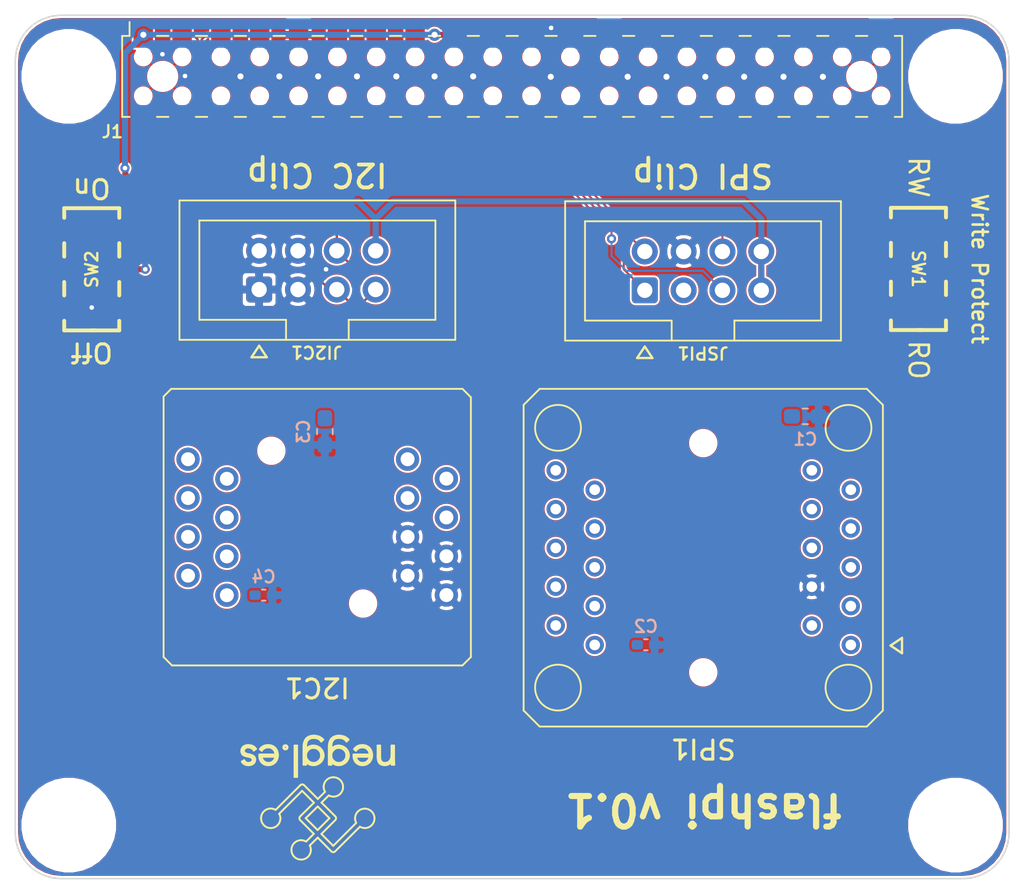
<source format=kicad_pcb>
(kicad_pcb (version 20171130) (host pcbnew 5.1.5+dfsg1-2build2)
  (layers (0 F.Cu signal) (31 B.Cu signal) (34 B.Paste user) (35 F.Paste user) (36 B.SilkS user) (37 F.SilkS user) (38 B.Mask user) (39 F.Mask user) (44 Edge.Cuts user))
  (net 0 "")
  (net 1 Board_1-+3V3)
  (net 2 Board_1-/I2C_SCL)
  (net 3 Board_1-/I2C_SDA)
  (net 4 Board_1-/I2C_WP)
  (net 5 Board_1-/SPI_CLK)
  (net 6 Board_1-/SPI_MISO)
  (net 7 Board_1-/SPI_MOSI)
  (net 8 Board_1-/SPI_WP)
  (net 9 Board_1-/~SPI_CS)
  (net 10 Board_1-GND)
  (net 11 "Board_1-Net-(J1-Pad10)")
  (net 12 "Board_1-Net-(J1-Pad11)")
  (net 13 "Board_1-Net-(J1-Pad12)")
  (net 14 "Board_1-Net-(J1-Pad13)")
  (net 15 "Board_1-Net-(J1-Pad15)")
  (net 16 "Board_1-Net-(J1-Pad16)")
  (net 17 "Board_1-Net-(J1-Pad18)")
  (net 18 "Board_1-Net-(J1-Pad2)")
  (net 19 "Board_1-Net-(J1-Pad22)")
  (net 20 "Board_1-Net-(J1-Pad26)")
  (net 21 "Board_1-Net-(J1-Pad27)")
  (net 22 "Board_1-Net-(J1-Pad28)")
  (net 23 "Board_1-Net-(J1-Pad29)")
  (net 24 "Board_1-Net-(J1-Pad31)")
  (net 25 "Board_1-Net-(J1-Pad32)")
  (net 26 "Board_1-Net-(J1-Pad33)")
  (net 27 "Board_1-Net-(J1-Pad35)")
  (net 28 "Board_1-Net-(J1-Pad36)")
  (net 29 "Board_1-Net-(J1-Pad37)")
  (net 30 "Board_1-Net-(J1-Pad38)")
  (net 31 "Board_1-Net-(J1-Pad4)")
  (net 32 "Board_1-Net-(J1-Pad40)")
  (net 33 "Board_1-Net-(J1-Pad7)")
  (net 34 "Board_1-Net-(J1-Pad8)")
  (net 35 Board_1-VCC)
  (module 11-My-Edits:Samtec_HLE-120-02-xxx-DV-BE-A_2x20_P2.54mm_Horizontal_3D (layer F.Cu) (at 150 75.5)
    (fp_text reference J1 (at -26.15 3.62) (layer F.SilkS) (effects (font (size 0.8 0.8) (thickness 0.1524))))
    (fp_text value RPi_GPIO_Compact)
    (pad 40 smd rect (at 24.13 2.72) (size 1.27 1.68) (layers F.Cu F.Paste F.Mask) (net 32 "Board_1-Net-(J1-Pad40)"))
    (pad 38 smd rect (at 21.59 2.72) (size 1.27 1.68) (layers F.Cu F.Paste F.Mask) (net 30 "Board_1-Net-(J1-Pad38)"))
    (pad 36 smd rect (at 19.05 2.72) (size 1.27 1.68) (layers F.Cu F.Paste F.Mask) (net 28 "Board_1-Net-(J1-Pad36)"))
    (pad 34 smd rect (at 16.51 2.72) (size 1.27 1.68) (layers F.Cu F.Paste F.Mask) (net 10 Board_1-GND))
    (pad 32 smd rect (at 13.97 2.72) (size 1.27 1.68) (layers F.Cu F.Paste F.Mask) (net 25 "Board_1-Net-(J1-Pad32)"))
    (pad 30 smd rect (at 11.43 2.72) (size 1.27 1.68) (layers F.Cu F.Paste F.Mask) (net 10 Board_1-GND))
    (pad 28 smd rect (at 8.89 2.72) (size 1.27 1.68) (layers F.Cu F.Paste F.Mask) (net 22 "Board_1-Net-(J1-Pad28)"))
    (pad 26 smd rect (at 6.35 2.72) (size 1.27 1.68) (layers F.Cu F.Paste F.Mask) (net 20 "Board_1-Net-(J1-Pad26)"))
    (pad 24 smd rect (at 3.81 2.72) (size 1.27 1.68) (layers F.Cu F.Paste F.Mask) (net 9 Board_1-/~SPI_CS))
    (pad 22 smd rect (at 1.27 2.72) (size 1.27 1.68) (layers F.Cu F.Paste F.Mask) (net 19 "Board_1-Net-(J1-Pad22)"))
    (pad 20 smd rect (at -1.27 2.72) (size 1.27 1.68) (layers F.Cu F.Paste F.Mask) (net 10 Board_1-GND))
    (pad 18 smd rect (at -3.81 2.72) (size 1.27 1.68) (layers F.Cu F.Paste F.Mask) (net 17 "Board_1-Net-(J1-Pad18)"))
    (pad 16 smd rect (at -6.35 2.72) (size 1.27 1.68) (layers F.Cu F.Paste F.Mask) (net 16 "Board_1-Net-(J1-Pad16)"))
    (pad 14 smd rect (at -8.89 2.72) (size 1.27 1.68) (layers F.Cu F.Paste F.Mask) (net 10 Board_1-GND))
    (pad 12 smd rect (at -11.43 2.72) (size 1.27 1.68) (layers F.Cu F.Paste F.Mask) (net 13 "Board_1-Net-(J1-Pad12)"))
    (pad 10 smd rect (at -13.97 2.72) (size 1.27 1.68) (layers F.Cu F.Paste F.Mask) (net 11 "Board_1-Net-(J1-Pad10)"))
    (pad 8 smd rect (at -16.51 2.72) (size 1.27 1.68) (layers F.Cu F.Paste F.Mask) (net 34 "Board_1-Net-(J1-Pad8)"))
    (pad 6 smd rect (at -19.05 2.72) (size 1.27 1.68) (layers F.Cu F.Paste F.Mask) (net 10 Board_1-GND))
    (pad 4 smd rect (at -21.59 2.72) (size 1.27 1.68) (layers F.Cu F.Paste F.Mask) (net 31 "Board_1-Net-(J1-Pad4)"))
    (pad 2 smd rect (at -24.13 2.72) (size 1.27 1.68) (layers F.Cu F.Paste F.Mask) (net 18 "Board_1-Net-(J1-Pad2)"))
    (pad 39 smd rect (at 24.13 -2.72) (size 1.27 1.68) (layers F.Cu F.Paste F.Mask) (net 10 Board_1-GND))
    (pad 37 smd rect (at 21.59 -2.72) (size 1.27 1.68) (layers F.Cu F.Paste F.Mask) (net 29 "Board_1-Net-(J1-Pad37)"))
    (pad 35 smd rect (at 19.05 -2.72) (size 1.27 1.68) (layers F.Cu F.Paste F.Mask) (net 27 "Board_1-Net-(J1-Pad35)"))
    (pad 33 smd rect (at 16.51 -2.72) (size 1.27 1.68) (layers F.Cu F.Paste F.Mask) (net 26 "Board_1-Net-(J1-Pad33)"))
    (pad 31 smd rect (at 13.97 -2.72) (size 1.27 1.68) (layers F.Cu F.Paste F.Mask) (net 24 "Board_1-Net-(J1-Pad31)"))
    (pad 29 smd rect (at 11.43 -2.72) (size 1.27 1.68) (layers F.Cu F.Paste F.Mask) (net 23 "Board_1-Net-(J1-Pad29)"))
    (pad 27 smd rect (at 8.89 -2.72) (size 1.27 1.68) (layers F.Cu F.Paste F.Mask) (net 21 "Board_1-Net-(J1-Pad27)"))
    (pad 25 smd rect (at 6.35 -2.72) (size 1.27 1.68) (layers F.Cu F.Paste F.Mask) (net 10 Board_1-GND))
    (pad 23 smd rect (at 3.81 -2.72) (size 1.27 1.68) (layers F.Cu F.Paste F.Mask) (net 5 Board_1-/SPI_CLK))
    (pad 21 smd rect (at 1.27 -2.72) (size 1.27 1.68) (layers F.Cu F.Paste F.Mask) (net 6 Board_1-/SPI_MISO))
    (pad 19 smd rect (at -1.27 -2.72) (size 1.27 1.68) (layers F.Cu F.Paste F.Mask) (net 7 Board_1-/SPI_MOSI))
    (pad 17 smd rect (at -3.81 -2.72) (size 1.27 1.68) (layers F.Cu F.Paste F.Mask) (net 1 Board_1-+3V3))
    (pad 15 smd rect (at -6.35 -2.72) (size 1.27 1.68) (layers F.Cu F.Paste F.Mask) (net 15 "Board_1-Net-(J1-Pad15)"))
    (pad 13 smd rect (at -8.89 -2.72) (size 1.27 1.68) (layers F.Cu F.Paste F.Mask) (net 14 "Board_1-Net-(J1-Pad13)"))
    (pad 11 smd rect (at -11.43 -2.72) (size 1.27 1.68) (layers F.Cu F.Paste F.Mask) (net 12 "Board_1-Net-(J1-Pad11)"))
    (pad 9 smd rect (at -13.97 -2.72) (size 1.27 1.68) (layers F.Cu F.Paste F.Mask) (net 10 Board_1-GND))
    (pad 7 smd rect (at -16.51 -2.72) (size 1.27 1.68) (layers F.Cu F.Paste F.Mask) (net 33 "Board_1-Net-(J1-Pad7)"))
    (pad 5 smd rect (at -19.05 -2.72) (size 1.27 1.68) (layers F.Cu F.Paste F.Mask) (net 2 Board_1-/I2C_SCL))
    (pad 3 smd rect (at -21.59 -2.72) (size 1.27 1.68) (layers F.Cu F.Paste F.Mask) (net 3 Board_1-/I2C_SDA))
    (pad 1 smd rect (at -24.13 -2.72) (size 1.27 1.68) (layers F.Cu F.Paste F.Mask) (net 1 Board_1-+3V3))
    (pad "" np_thru_hole circle (at 24.13 1.27) (size 0.97 0.97) (drill 0.97) (layers *.Cu *.Mask))
    (pad "" np_thru_hole circle (at 24.13 -1.27) (size 0.97 0.97) (drill 0.97) (layers *.Cu *.Mask))
    (pad "" np_thru_hole circle (at 21.59 1.27) (size 0.97 0.97) (drill 0.97) (layers *.Cu *.Mask))
    (pad "" np_thru_hole circle (at 21.59 -1.27) (size 0.97 0.97) (drill 0.97) (layers *.Cu *.Mask))
    (pad "" np_thru_hole circle (at 19.05 1.27) (size 0.97 0.97) (drill 0.97) (layers *.Cu *.Mask))
    (pad "" np_thru_hole circle (at 19.05 -1.27) (size 0.97 0.97) (drill 0.97) (layers *.Cu *.Mask))
    (pad "" np_thru_hole circle (at 16.51 1.27) (size 0.97 0.97) (drill 0.97) (layers *.Cu *.Mask))
    (pad "" np_thru_hole circle (at 16.51 -1.27) (size 0.97 0.97) (drill 0.97) (layers *.Cu *.Mask))
    (pad "" np_thru_hole circle (at 13.97 1.27) (size 0.97 0.97) (drill 0.97) (layers *.Cu *.Mask))
    (pad "" np_thru_hole circle (at 13.97 -1.27) (size 0.97 0.97) (drill 0.97) (layers *.Cu *.Mask))
    (pad "" np_thru_hole circle (at 11.43 1.27) (size 0.97 0.97) (drill 0.97) (layers *.Cu *.Mask))
    (pad "" np_thru_hole circle (at 11.43 -1.27) (size 0.97 0.97) (drill 0.97) (layers *.Cu *.Mask))
    (pad "" np_thru_hole circle (at 8.89 1.27) (size 0.97 0.97) (drill 0.97) (layers *.Cu *.Mask))
    (pad "" np_thru_hole circle (at 8.89 -1.27) (size 0.97 0.97) (drill 0.97) (layers *.Cu *.Mask))
    (pad "" np_thru_hole circle (at 6.35 1.27) (size 0.97 0.97) (drill 0.97) (layers *.Cu *.Mask))
    (pad "" np_thru_hole circle (at 6.35 -1.27) (size 0.97 0.97) (drill 0.97) (layers *.Cu *.Mask))
    (pad "" np_thru_hole circle (at 3.81 1.27) (size 0.97 0.97) (drill 0.97) (layers *.Cu *.Mask))
    (pad "" np_thru_hole circle (at 3.81 -1.27) (size 0.97 0.97) (drill 0.97) (layers *.Cu *.Mask))
    (pad "" np_thru_hole circle (at 1.27 1.27) (size 0.97 0.97) (drill 0.97) (layers *.Cu *.Mask))
    (pad "" np_thru_hole circle (at 1.27 -1.27) (size 0.97 0.97) (drill 0.97) (layers *.Cu *.Mask))
    (pad "" np_thru_hole circle (at -1.27 1.27) (size 0.97 0.97) (drill 0.97) (layers *.Cu *.Mask))
    (pad "" np_thru_hole circle (at -1.27 -1.27) (size 0.97 0.97) (drill 0.97) (layers *.Cu *.Mask))
    (pad "" np_thru_hole circle (at -3.81 1.27) (size 0.97 0.97) (drill 0.97) (layers *.Cu *.Mask))
    (pad "" np_thru_hole circle (at -3.81 -1.27) (size 0.97 0.97) (drill 0.97) (layers *.Cu *.Mask))
    (pad "" np_thru_hole circle (at -6.35 1.27) (size 0.97 0.97) (drill 0.97) (layers *.Cu *.Mask))
    (pad "" np_thru_hole circle (at -6.35 -1.27) (size 0.97 0.97) (drill 0.97) (layers *.Cu *.Mask))
    (pad "" np_thru_hole circle (at -8.89 1.27) (size 0.97 0.97) (drill 0.97) (layers *.Cu *.Mask))
    (pad "" np_thru_hole circle (at -8.89 -1.27) (size 0.97 0.97) (drill 0.97) (layers *.Cu *.Mask))
    (pad "" np_thru_hole circle (at -11.43 1.27) (size 0.97 0.97) (drill 0.97) (layers *.Cu *.Mask))
    (pad "" np_thru_hole circle (at -11.43 -1.27) (size 0.97 0.97) (drill 0.97) (layers *.Cu *.Mask))
    (pad "" np_thru_hole circle (at -13.97 1.27) (size 0.97 0.97) (drill 0.97) (layers *.Cu *.Mask))
    (pad "" np_thru_hole circle (at -13.97 -1.27) (size 0.97 0.97) (drill 0.97) (layers *.Cu *.Mask))
    (pad "" np_thru_hole circle (at -16.51 1.27) (size 0.97 0.97) (drill 0.97) (layers *.Cu *.Mask))
    (pad "" np_thru_hole circle (at -16.51 -1.27) (size 0.97 0.97) (drill 0.97) (layers *.Cu *.Mask))
    (pad "" np_thru_hole circle (at -19.05 1.27) (size 0.97 0.97) (drill 0.97) (layers *.Cu *.Mask))
    (pad "" np_thru_hole circle (at -19.05 -1.27) (size 0.97 0.97) (drill 0.97) (layers *.Cu *.Mask))
    (pad "" np_thru_hole circle (at -21.59 1.27) (size 0.97 0.97) (drill 0.97) (layers *.Cu *.Mask))
    (pad "" np_thru_hole circle (at -21.59 -1.27) (size 0.97 0.97) (drill 0.97) (layers *.Cu *.Mask))
    (pad "" np_thru_hole circle (at -24.13 1.27) (size 0.97 0.97) (drill 0.97) (layers *.Cu *.Mask))
    (pad "" np_thru_hole circle (at -24.13 -1.27) (size 0.97 0.97) (drill 0.97) (layers *.Cu *.Mask))
    (pad "" np_thru_hole circle (at 22.86 0) (size 1.78 1.78) (drill 1.78) (layers *.Cu *.Mask))
    (pad "" np_thru_hole circle (at -22.86 0) (size 1.78 1.78) (drill 1.78) (layers *.Cu *.Mask))
  )
  (module Capacitor_SMD:C_0603_1608Metric_Pad1.05x0.95mm_HandSolder (layer B.Cu) (at 169.175 97.75)
    (fp_text reference C1 (at 0 1.5 180) (layer B.SilkS) (effects (font (size 0.8 0.8) (thickness 0.1524)) (justify mirror)))
    (fp_text value 4.7uF)
    (pad 1 smd roundrect (at -0.875 0) (size 1.05 0.95) (layers B.Cu B.Paste B.Mask) (net 35 Board_1-VCC))
    (pad 2 smd roundrect (at 0.875 0) (size 1.05 0.95) (layers B.Cu B.Paste B.Mask) (net 10 Board_1-GND))
  )
  (module Capacitor_SMD:C_0402_1005Metric_Pad0.74x0.62mm_HandSolder (layer B.Cu) (at 158.75 112.7)
    (fp_text reference C2 (at 0 -1.2 180) (layer B.SilkS) (effects (font (size 0.8 0.8) (thickness 0.1524)) (justify mirror)))
    (fp_text value 0.1uF)
    (pad 1 smd roundrect (at -0.5675 0) (size 0.735 0.62) (layers B.Cu B.Paste B.Mask) (net 35 Board_1-VCC))
    (pad 2 smd roundrect (at 0.5675 0) (size 0.735 0.62) (layers B.Cu B.Paste B.Mask) (net 10 Board_1-GND))
  )
  (module Capacitor_SMD:C_0603_1608Metric_Pad1.05x0.95mm_HandSolder (layer B.Cu) (at 137.75 98.75 270)
    (fp_text reference C3 (at 0 1.4 270) (layer B.SilkS) (effects (font (size 0.8 0.8) (thickness 0.1524)) (justify mirror)))
    (fp_text value 4.7uF)
    (pad 2 smd roundrect (at 0.875 0 270) (size 1.05 0.95) (layers B.Cu B.Paste B.Mask) (net 10 Board_1-GND))
    (pad 1 smd roundrect (at -0.875 0 270) (size 1.05 0.95) (layers B.Cu B.Paste B.Mask) (net 35 Board_1-VCC))
  )
  (module Capacitor_SMD:C_0402_1005Metric_Pad0.74x0.62mm_HandSolder (layer B.Cu) (at 133.75 109.45)
    (fp_text reference C4 (at 0 -1.2) (layer B.SilkS) (effects (font (size 0.8 0.8) (thickness 0.1524)) (justify mirror)))
    (fp_text value 0.1uF)
    (pad 2 smd roundrect (at 0.5675 0) (size 0.735 0.62) (layers B.Cu B.Paste B.Mask) (net 10 Board_1-GND))
    (pad 1 smd roundrect (at -0.5675 0) (size 0.735 0.62) (layers B.Cu B.Paste B.Mask) (net 35 Board_1-VCC))
  )
  (module 12-Collected-Footprints:RPi_Hat_Mounting_Hole (layer F.Cu) (at 179 75.5)
    (fp_text reference H2 hide)
    (fp_text value Pi hide)
    (pad "" np_thru_hole circle (at 0 0) (size 2.75 2.75) (drill 2.75) (layers *.Cu *.Mask) (clearance 1.725))
  )
  (module 12-Collected-Footprints:RPi_Hat_Mounting_Hole (layer F.Cu) (at 121 124.5)
    (fp_text reference H3 hide)
    (fp_text value Pi hide)
    (pad "" np_thru_hole circle (at 0 0) (size 2.75 2.75) (drill 2.75) (layers *.Cu *.Mask) (clearance 1.725))
  )
  (module 12-Collected-Footprints:RPi_Hat_Mounting_Hole (layer F.Cu) (at 179 124.5)
    (fp_text reference H4 hide)
    (fp_text value Pi hide)
    (pad "" np_thru_hole circle (at 0 0) (size 2.75 2.75) (drill 2.75) (layers *.Cu *.Mask) (clearance 1.725))
  )
  (module 12-Collected-Footprints:RPi_Hat_Mounting_Hole (layer F.Cu) (at 121 75.5)
    (fp_text reference H1 hide)
    (fp_text value Pi hide)
    (pad "" np_thru_hole circle (at 0 0) (size 2.75 2.75) (drill 2.75) (layers *.Cu *.Mask) (clearance 1.725))
  )
  (module 40-EasyEDA-Scraper:SW-TH_SSSS213202 (layer F.Cu) (at 176.575 88.1 270)
    (fp_text reference SW1 (at 0 0 270 unlocked) (layer F.SilkS) (effects (font (size 0.8 0.8) (thickness 0.1524))))
    (fp_text value WRITE_PROTECT)
    (fp_text user RW (at -6 0 270 unlocked) (layer F.SilkS) (effects (font (size 1.25 1.25) (thickness 0.175))))
    (fp_text user RO (at 5.95 0 270 unlocked) (layer F.SilkS) (effects (font (size 1.25 1.25) (thickness 0.175))))
    (fp_text user "Write Protect" (at 0 -4 270 unlocked) (layer F.SilkS) (effects (font (thickness 0.175))))
    (pad 1 smd rect (at -2.5 -2 270) (size 1.2 1.524) (layers F.Cu F.Paste F.Mask) (net 35 Board_1-VCC))
    (pad 2 smd rect (at 0 -2 270) (size 1.2 1.524) (layers F.Cu F.Paste F.Mask) (net 8 Board_1-/SPI_WP))
    (pad 3 smd rect (at 2.5 -2 270) (size 1.2 1.524) (layers F.Cu F.Paste F.Mask) (net 10 Board_1-GND))
    (pad 6 smd rect (at 2.5 2 270) (size 1.2 1.524) (layers F.Cu F.Paste F.Mask) (net 10 Board_1-GND))
    (pad 5 smd rect (at 0 2 270) (size 1.2 1.524) (layers F.Cu F.Paste F.Mask) (net 4 Board_1-/I2C_WP))
    (pad 4 smd rect (at -2.5 2 270) (size 1.2 1.524) (layers F.Cu F.Paste F.Mask) (net 35 Board_1-VCC))
  )
  (module Connector_IDC:IDC-Header_2x04_P2.54mm_Vertical (layer F.Cu) (at 133.45 89.45 90)
    (fp_text reference JI2C1 (at -4.1 3.75 180 unlocked) (layer F.SilkS) (effects (font (size 0.8 0.8) (thickness 0.1524))))
    (fp_text value "I2C Clip")
    (fp_text user "I2C Clip" (at 7.5 3.8 180 unlocked) (layer F.SilkS) (effects (font (size 1.5 1.5) (thickness 0.25))))
    (pad 8 thru_hole circle (at 2.54 7.62 90) (size 1.7 1.7) (drill 1) (layers *.Cu *.Mask) (net 35 Board_1-VCC))
    (pad 6 thru_hole circle (at 2.54 5.08 90) (size 1.7 1.7) (drill 1) (layers *.Cu *.Mask) (net 2 Board_1-/I2C_SCL))
    (pad 4 thru_hole circle (at 2.54 2.54 90) (size 1.7 1.7) (drill 1) (layers *.Cu *.Mask) (net 10 Board_1-GND) (thermal_gap 0.2))
    (pad 2 thru_hole circle (at 2.54 0 90) (size 1.7 1.7) (drill 1) (layers *.Cu *.Mask) (net 10 Board_1-GND))
    (pad 7 thru_hole circle (at 0 7.62 90) (size 1.7 1.7) (drill 1) (layers *.Cu *.Mask) (net 4 Board_1-/I2C_WP))
    (pad 5 thru_hole circle (at 0 5.08 90) (size 1.7 1.7) (drill 1) (layers *.Cu *.Mask) (net 3 Board_1-/I2C_SDA))
    (pad 3 thru_hole circle (at 0 2.54 90) (size 1.7 1.7) (drill 1) (layers *.Cu *.Mask) (net 10 Board_1-GND))
    (pad 1 thru_hole roundrect (at 0 0 90) (size 1.7 1.7) (drill 1) (layers *.Cu *.Mask) (roundrect_rratio 0.147059) (net 10 Board_1-GND))
  )
  (module 10-My-Footprints:neggle-logo-0.12 (layer F.Cu) (at 137.3 117.15 180)
    (fp_text reference LOGO1 hide)
    (fp_text value Logo_Open_Hardware_Small hide)
  )
  (module 40-EasyEDA-Scraper:SW-TH_SSSS213202 (layer F.Cu) (at 122.5 88.125 270)
    (fp_text reference SW2 (at 0 0 90) (layer F.SilkS) (effects (font (size 0.8 0.8) (thickness 0.1524))))
    (fp_text value POWER)
    (fp_text user Off (at 5.45 0 180 unlocked) (layer F.SilkS) (effects (font (size 1.25 1.25) (thickness 0.2))))
    (fp_text user On (at -5.3 0 180 unlocked) (layer F.SilkS) (effects (font (size 1.25 1.25) (thickness 0.2))))
    (pad 1 smd rect (at -2.5 -2 270) (size 1.2 1.524) (layers F.Cu F.Paste F.Mask) (net 1 Board_1-+3V3))
    (pad 2 smd rect (at 0 -2 270) (size 1.2 1.524) (layers F.Cu F.Paste F.Mask) (net 35 Board_1-VCC))
    (pad 3 smd rect (at 2.5 -2 270) (size 1.2 1.524) (layers F.Cu F.Paste F.Mask) (net 10 Board_1-GND))
    (pad 6 smd rect (at 2.5 2 270) (size 1.2 1.524) (layers F.Cu F.Paste F.Mask) (net 10 Board_1-GND))
    (pad 5 smd rect (at 0 2 270) (size 1.2 1.524) (layers F.Cu F.Paste F.Mask) (net 35 Board_1-VCC))
    (pad 4 smd rect (at -2.5 2 270) (size 1.2 1.524) (layers F.Cu F.Paste F.Mask) (net 1 Board_1-+3V3))
  )
  (module "11-My-Edits:Socket_ZIF_OTS-8(20)_1.27-01" (layer F.Cu) (at 162.5 107 180)
    (fp_text reference SPI1 (at 0 -12.5 180 unlocked) (layer F.SilkS) (effects (font (size 1.25 1.25) (thickness 0.2))))
    (fp_text value "SPI ZIF socket")
    (pad MP thru_hole circle (at -9.65 4.45 180) (size 1.2 1.2) (drill 0.7) (layers *.Cu *.Mask))
    (pad MP thru_hole circle (at -7.1 3.18 180) (size 1.2 1.2) (drill 0.7) (layers *.Cu *.Mask))
    (pad MP thru_hole circle (at -9.65 1.91 180) (size 1.2 1.2) (drill 0.7) (layers *.Cu *.Mask))
    (pad MP thru_hole circle (at -7.1 0.64 180) (size 1.2 1.2) (drill 0.7) (layers *.Cu *.Mask))
    (pad MP thru_hole circle (at -9.65 -0.63 180) (size 1.2 1.2) (drill 0.7) (layers *.Cu *.Mask))
    (pad 4 thru_hole circle (at -7.1 -1.9 180) (size 1.2 1.2) (drill 0.7) (layers *.Cu *.Mask) (net 10 Board_1-GND))
    (pad 3 thru_hole circle (at -9.65 -3.17 180) (size 1.2 1.2) (drill 0.7) (layers *.Cu *.Mask) (net 8 Board_1-/SPI_WP))
    (pad 2 thru_hole circle (at -7.1 -4.44 180) (size 1.2 1.2) (drill 0.7) (layers *.Cu *.Mask) (net 6 Board_1-/SPI_MISO))
    (pad MP thru_hole circle (at 7.1 4.45 180) (size 1.2 1.2) (drill 0.7) (layers *.Cu *.Mask))
    (pad MP thru_hole circle (at 9.65 3.18 180) (size 1.2 1.2) (drill 0.7) (layers *.Cu *.Mask))
    (pad MP thru_hole circle (at 7.1 1.91 180) (size 1.2 1.2) (drill 0.7) (layers *.Cu *.Mask))
    (pad MP thru_hole circle (at 9.65 0.64 180) (size 1.2 1.2) (drill 0.7) (layers *.Cu *.Mask))
    (pad MP thru_hole circle (at 7.1 -0.63 180) (size 1.2 1.2) (drill 0.7) (layers *.Cu *.Mask))
    (pad 5 thru_hole circle (at 9.65 -1.9 180) (size 1.2 1.2) (drill 0.7) (layers *.Cu *.Mask) (net 7 Board_1-/SPI_MOSI))
    (pad 6 thru_hole circle (at 7.1 -3.17 180) (size 1.2 1.2) (drill 0.7) (layers *.Cu *.Mask) (net 5 Board_1-/SPI_CLK))
    (pad 7 thru_hole circle (at 9.65 -4.44 180) (size 1.2 1.2) (drill 0.7) (layers *.Cu *.Mask) (net 35 Board_1-VCC))
    (pad "" np_thru_hole circle (at 0 -7.5 180) (size 1.6 1.6) (drill 1.6) (layers *.Cu *.Mask))
    (pad "" np_thru_hole circle (at 0 7.5) (size 1.6 1.6) (drill 1.6) (layers *.Cu *.Mask))
    (pad 8 thru_hole circle (at 7.1 -5.71 180) (size 1.2 1.2) (drill 0.7) (layers *.Cu *.Mask) (net 35 Board_1-VCC))
    (pad MP thru_hole circle (at 9.65 5.72 180) (size 1.2 1.2) (drill 0.7) (layers *.Cu *.Mask))
    (pad 1 thru_hole circle (at -9.65 -5.71 180) (size 1.2 1.2) (drill 0.7) (layers *.Cu *.Mask) (net 9 Board_1-/~SPI_CS))
    (pad MP thru_hole circle (at -7.1 5.72 180) (size 1.2 1.2) (drill 0.7) (layers *.Cu *.Mask))
  )
  (module Connector_IDC:IDC-Header_2x04_P2.54mm_Vertical (layer F.Cu) (at 158.675 89.5 90)
    (fp_text reference JSPI1 (at -4.1 3.8 180 unlocked) (layer F.SilkS) (effects (font (size 0.8 0.8) (thickness 0.1524))))
    (fp_text value "SPI Clip")
    (fp_text user "SPI Clip" (at 7.5 3.8 180 unlocked) (layer F.SilkS) (effects (font (size 1.5 1.5) (thickness 0.25))))
    (pad 8 thru_hole circle (at 2.54 7.62 90) (size 1.7 1.7) (drill 1) (layers *.Cu *.Mask) (net 35 Board_1-VCC))
    (pad 6 thru_hole circle (at 2.54 5.08 90) (size 1.7 1.7) (drill 1) (layers *.Cu *.Mask) (net 5 Board_1-/SPI_CLK))
    (pad 4 thru_hole circle (at 2.54 2.54 90) (size 1.7 1.7) (drill 1) (layers *.Cu *.Mask) (net 10 Board_1-GND))
    (pad 2 thru_hole circle (at 2.54 0 90) (size 1.7 1.7) (drill 1) (layers *.Cu *.Mask) (net 6 Board_1-/SPI_MISO))
    (pad 7 thru_hole circle (at 0 7.62 90) (size 1.7 1.7) (drill 1) (layers *.Cu *.Mask) (net 35 Board_1-VCC))
    (pad 5 thru_hole circle (at 0 5.08 90) (size 1.7 1.7) (drill 1) (layers *.Cu *.Mask) (net 7 Board_1-/SPI_MOSI))
    (pad 3 thru_hole circle (at 0 2.54 90) (size 1.7 1.7) (drill 1) (layers *.Cu *.Mask) (net 8 Board_1-/SPI_WP))
    (pad 1 thru_hole roundrect (at 0 0 90) (size 1.7 1.7) (drill 1) (layers *.Cu *.Mask) (roundrect_rratio 0.147059) (net 9 Board_1-/~SPI_CS))
  )
  (module "10-My-Footprints:Socket_ZIF_SOP_OTS-8(16)-1.27-03" (layer F.Cu) (at 137.25 105 180)
    (fp_text reference I2C1 (at 0 -10.5 180 unlocked) (layer F.SilkS) (effects (font (size 1.25 1.25) (thickness 0.2))))
    (fp_text value "I2C ZIF Socket")
    (pad "" np_thru_hole circle (at -3 -5) (size 1.6 1.6) (drill 1.6) (layers *.Cu *.Mask))
    (pad 5 thru_hole circle (at 8.45 -0.635) (size 1.524 1.524) (drill 0.915) (layers *.Cu *.Mask) (net 3 Board_1-/I2C_SDA))
    (pad 4 thru_hole circle (at -5.91 -0.635) (size 1.524 1.524) (drill 0.915) (layers *.Cu *.Mask) (net 10 Board_1-GND))
    (pad MP thru_hole circle (at -8.45 0.635) (size 1.524 1.524) (drill 0.915) (layers *.Cu *.Mask))
    (pad "" np_thru_hole circle (at 3 5 180) (size 1.6 1.6) (drill 1.6) (layers *.Cu *.Mask))
    (pad MP thru_hole circle (at 5.91 0.625) (size 1.524 1.524) (drill 0.915) (layers *.Cu *.Mask))
    (pad 2 thru_hole circle (at -5.91 -3.175) (size 1.524 1.524) (drill 0.915) (layers *.Cu *.Mask) (net 10 Board_1-GND))
    (pad 3 thru_hole circle (at -8.45 -1.905) (size 1.524 1.524) (drill 0.915) (layers *.Cu *.Mask) (net 10 Board_1-GND))
    (pad 1 thru_hole circle (at -8.45 -4.445) (size 1.524 1.524) (drill 0.915) (layers *.Cu *.Mask) (net 10 Board_1-GND))
    (pad 7 thru_hole circle (at 8.45 -3.175) (size 1.524 1.524) (drill 0.915) (layers *.Cu *.Mask) (net 4 Board_1-/I2C_WP))
    (pad 6 thru_hole circle (at 5.91 -1.915) (size 1.524 1.524) (drill 0.915) (layers *.Cu *.Mask) (net 2 Board_1-/I2C_SCL))
    (pad 8 thru_hole circle (at 5.91 -4.455) (size 1.524 1.524) (drill 0.915) (layers *.Cu *.Mask) (net 35 Board_1-VCC))
    (pad MP thru_hole circle (at -8.45 3.175) (size 1.524 1.524) (drill 0.915) (layers *.Cu *.Mask))
    (pad MP thru_hole circle (at -5.91 1.905) (size 1.524 1.524) (drill 0.915) (layers *.Cu *.Mask))
    (pad MP thru_hole circle (at 8.45 1.905) (size 1.524 1.524) (drill 0.915) (layers *.Cu *.Mask))
    (pad MP thru_hole circle (at 5.91 3.165) (size 1.524 1.524) (drill 0.915) (layers *.Cu *.Mask))
    (pad MP thru_hole circle (at -5.91 4.445) (size 1.524 1.524) (drill 0.915) (layers *.Cu *.Mask))
    (pad MP thru_hole circle (at 8.45 4.445) (size 1.524 1.524) (drill 0.915) (layers *.Cu *.Mask))
  )
  (gr_line (start 120.5 71.499) (end 179.5 71.499) (layer Edge.Cuts) (width 0.1))
  (gr_line (start 120.1864 71.5154) (end 120.5 71.499) (layer Edge.Cuts) (width 0.1))
  (gr_line (start 119.8761 71.5646) (end 120.1864 71.5154) (layer Edge.Cuts) (width 0.1))
  (gr_line (start 119.5727 71.6459) (end 119.8761 71.5646) (layer Edge.Cuts) (width 0.1))
  (gr_line (start 119.2794 71.7584) (end 119.5727 71.6459) (layer Edge.Cuts) (width 0.1))
  (gr_line (start 118.9995 71.9011) (end 119.2794 71.7584) (layer Edge.Cuts) (width 0.1))
  (gr_line (start 118.736 72.0722) (end 118.9995 71.9011) (layer Edge.Cuts) (width 0.1))
  (gr_line (start 118.4919 72.2699) (end 118.736 72.0722) (layer Edge.Cuts) (width 0.1))
  (gr_line (start 118.2698 72.492) (end 118.4919 72.2699) (layer Edge.Cuts) (width 0.1))
  (gr_line (start 118.0721 72.7361) (end 118.2698 72.492) (layer Edge.Cuts) (width 0.1))
  (gr_line (start 117.901 72.9995) (end 118.0721 72.7361) (layer Edge.Cuts) (width 0.1))
  (gr_line (start 117.7584 73.2794) (end 117.901 72.9995) (layer Edge.Cuts) (width 0.1))
  (gr_line (start 117.6459 73.5727) (end 117.7584 73.2794) (layer Edge.Cuts) (width 0.1))
  (gr_line (start 117.5646 73.8761) (end 117.6459 73.5727) (layer Edge.Cuts) (width 0.1))
  (gr_line (start 117.5154 74.1864) (end 117.5646 73.8761) (layer Edge.Cuts) (width 0.1))
  (gr_line (start 117.499 74.5) (end 117.5154 74.1864) (layer Edge.Cuts) (width 0.1))
  (gr_line (start 117.499 125) (end 117.499 74.5) (layer Edge.Cuts) (width 0.1))
  (gr_line (start 117.5154 125.3136) (end 117.499 125) (layer Edge.Cuts) (width 0.1))
  (gr_line (start 117.5646 125.6239) (end 117.5154 125.3136) (layer Edge.Cuts) (width 0.1))
  (gr_line (start 117.6459 125.9273) (end 117.5646 125.6239) (layer Edge.Cuts) (width 0.1))
  (gr_line (start 117.7584 126.2206) (end 117.6459 125.9273) (layer Edge.Cuts) (width 0.1))
  (gr_line (start 117.901 126.5005) (end 117.7584 126.2206) (layer Edge.Cuts) (width 0.1))
  (gr_line (start 118.0721 126.7639) (end 117.901 126.5005) (layer Edge.Cuts) (width 0.1))
  (gr_line (start 118.2699 127.0081) (end 118.0721 126.7639) (layer Edge.Cuts) (width 0.1))
  (gr_line (start 118.492 127.2302) (end 118.2699 127.0081) (layer Edge.Cuts) (width 0.1))
  (gr_line (start 118.7361 127.4279) (end 118.492 127.2302) (layer Edge.Cuts) (width 0.1))
  (gr_line (start 118.9995 127.599) (end 118.7361 127.4279) (layer Edge.Cuts) (width 0.1))
  (gr_line (start 119.2794 127.7416) (end 118.9995 127.599) (layer Edge.Cuts) (width 0.1))
  (gr_line (start 119.5727 127.8541) (end 119.2794 127.7416) (layer Edge.Cuts) (width 0.1))
  (gr_line (start 119.8761 127.9354) (end 119.5727 127.8541) (layer Edge.Cuts) (width 0.1))
  (gr_line (start 120.1864 127.9846) (end 119.8761 127.9354) (layer Edge.Cuts) (width 0.1))
  (gr_line (start 120.5 128.001) (end 120.1864 127.9846) (layer Edge.Cuts) (width 0.1))
  (gr_line (start 179.5 128.001) (end 120.5 128.001) (layer Edge.Cuts) (width 0.1))
  (gr_line (start 179.8136 127.9846) (end 179.5 128.001) (layer Edge.Cuts) (width 0.1))
  (gr_line (start 180.1239 127.9354) (end 179.8136 127.9846) (layer Edge.Cuts) (width 0.1))
  (gr_line (start 180.4273 127.8541) (end 180.1239 127.9354) (layer Edge.Cuts) (width 0.1))
  (gr_line (start 180.7206 127.7416) (end 180.4273 127.8541) (layer Edge.Cuts) (width 0.1))
  (gr_line (start 181.0005 127.5989) (end 180.7206 127.7416) (layer Edge.Cuts) (width 0.1))
  (gr_line (start 181.264 127.4278) (end 181.0005 127.5989) (layer Edge.Cuts) (width 0.1))
  (gr_line (start 181.5081 127.2301) (end 181.264 127.4278) (layer Edge.Cuts) (width 0.1))
  (gr_line (start 181.7302 127.008) (end 181.5081 127.2301) (layer Edge.Cuts) (width 0.1))
  (gr_line (start 181.9279 126.7639) (end 181.7302 127.008) (layer Edge.Cuts) (width 0.1))
  (gr_line (start 182.099 126.5005) (end 181.9279 126.7639) (layer Edge.Cuts) (width 0.1))
  (gr_line (start 182.2416 126.2206) (end 182.099 126.5005) (layer Edge.Cuts) (width 0.1))
  (gr_line (start 182.3541 125.9273) (end 182.2416 126.2206) (layer Edge.Cuts) (width 0.1))
  (gr_line (start 182.4354 125.6239) (end 182.3541 125.9273) (layer Edge.Cuts) (width 0.1))
  (gr_line (start 182.4846 125.3136) (end 182.4354 125.6239) (layer Edge.Cuts) (width 0.1))
  (gr_line (start 182.501 125) (end 182.4846 125.3136) (layer Edge.Cuts) (width 0.1))
  (gr_line (start 182.501 74.4999) (end 182.501 125) (layer Edge.Cuts) (width 0.1))
  (gr_line (start 182.4846 74.1863) (end 182.501 74.4999) (layer Edge.Cuts) (width 0.1))
  (gr_line (start 182.4354 73.8761) (end 182.4846 74.1863) (layer Edge.Cuts) (width 0.1))
  (gr_line (start 182.3541 73.5727) (end 182.4354 73.8761) (layer Edge.Cuts) (width 0.1))
  (gr_line (start 182.2416 73.2794) (end 182.3541 73.5727) (layer Edge.Cuts) (width 0.1))
  (gr_line (start 182.099 72.9995) (end 182.2416 73.2794) (layer Edge.Cuts) (width 0.1))
  (gr_line (start 181.9279 72.7361) (end 182.099 72.9995) (layer Edge.Cuts) (width 0.1))
  (gr_line (start 181.7302 72.492) (end 181.9279 72.7361) (layer Edge.Cuts) (width 0.1))
  (gr_line (start 181.5081 72.2699) (end 181.7302 72.492) (layer Edge.Cuts) (width 0.1))
  (gr_line (start 181.264 72.0722) (end 181.5081 72.2699) (layer Edge.Cuts) (width 0.1))
  (gr_line (start 181.0005 71.9011) (end 181.264 72.0722) (layer Edge.Cuts) (width 0.1))
  (gr_line (start 180.7206 71.7584) (end 181.0005 71.9011) (layer Edge.Cuts) (width 0.1))
  (gr_line (start 180.4273 71.6459) (end 180.7206 71.7584) (layer Edge.Cuts) (width 0.1))
  (gr_line (start 180.1239 71.5646) (end 180.4273 71.6459) (layer Edge.Cuts) (width 0.1))
  (gr_line (start 179.8136 71.5154) (end 180.1239 71.5646) (layer Edge.Cuts) (width 0.1))
  (gr_line (start 179.5 71.499) (end 179.8136 71.5154) (layer Edge.Cuts) (width 0.1))
  (gr_text "flashpi v0.1" (at 162.5 123.5 180) (layer F.SilkS) (effects (font (size 2 2) (thickness 0.4))))
  (via (at 125.875 72.775) (size 0.8) (drill 0.4) (layers F.Cu B.Cu) (net 1))
  (segment (start 125.875 72.775) (end 144.925 72.775) (width 0.4) (layer B.Cu) (net 1))
  (via (at 144.925 72.775) (size 0.8) (drill 0.4) (layers F.Cu B.Cu) (net 1))
  (segment (start 144.93 72.78) (end 144.925 72.775) (width 0.4) (layer F.Cu) (net 1))
  (segment (start 146.19 72.78) (end 144.93 72.78) (width 0.4) (layer F.Cu) (net 1))
  (segment (start 120.5 85.625) (end 124.5 85.625) (width 0.4) (layer F.Cu) (net 1))
  (via (at 124.675 81.5) (size 0.6) (drill 0.3) (layers F.Cu B.Cu) (net 1))
  (segment (start 124.7 81.525) (end 124.675 81.5) (width 0.4) (layer F.Cu) (net 1))
  (segment (start 124.7 85.425) (end 124.7 81.525) (width 0.4) (layer F.Cu) (net 1))
  (segment (start 125.875 72.775) (end 124.675 73.975) (width 0.4) (layer B.Cu) (net 1))
  (segment (start 124.675 73.975) (end 124.675 81.5) (width 0.4) (layer B.Cu) (net 1))
  (segment (start 139.820589 88.200589) (end 138.53 86.91) (width 0.1524) (layer F.Cu) (net 2))
  (segment (start 139.820589 91.5) (end 139.820589 88.200589) (width 0.1524) (layer F.Cu) (net 2))
  (segment (start 138.53 85.905) (end 138.53 86.91) (width 0.1524) (layer F.Cu) (net 2))
  (segment (start 137.325 84.7) (end 138.53 85.905) (width 0.1524) (layer F.Cu) (net 2))
  (segment (start 132.5 84.7) (end 137.325 84.7) (width 0.1524) (layer F.Cu) (net 2))
  (segment (start 129.7 81.9) (end 132.5 84.7) (width 0.1524) (layer F.Cu) (net 2))
  (segment (start 129.7 73.075) (end 129.7 81.9) (width 0.1524) (layer F.Cu) (net 2))
  (segment (start 129.995 72.78) (end 129.7 73.075) (width 0.1524) (layer F.Cu) (net 2))
  (segment (start 130.95 72.78) (end 129.995 72.78) (width 0.1524) (layer F.Cu) (net 2))
  (segment (start 139.525 90.445) (end 139.525 91.5) (width 0.1524) (layer F.Cu) (net 3))
  (segment (start 138.53 89.45) (end 139.525 90.445) (width 0.1524) (layer F.Cu) (net 3))
  (segment (start 138.05 89.45) (end 138.53 89.45) (width 0.1524) (layer F.Cu) (net 3))
  (segment (start 137.2 85.570146) (end 137.2 88.6) (width 0.1524) (layer F.Cu) (net 3))
  (segment (start 136.609265 84.979411) (end 137.2 85.570146) (width 0.1524) (layer F.Cu) (net 3))
  (segment (start 132.384265 84.979411) (end 136.609265 84.979411) (width 0.1524) (layer F.Cu) (net 3))
  (segment (start 129.42059 82.015736) (end 132.384265 84.979411) (width 0.1524) (layer F.Cu) (net 3))
  (segment (start 137.2 88.6) (end 138.05 89.45) (width 0.1524) (layer F.Cu) (net 3))
  (segment (start 129.42059 73.07059) (end 129.42059 82.015736) (width 0.1524) (layer F.Cu) (net 3))
  (segment (start 129.13 72.78) (end 129.42059 73.07059) (width 0.1524) (layer F.Cu) (net 3))
  (segment (start 128.41 72.78) (end 129.13 72.78) (width 0.1524) (layer F.Cu) (net 3))
  (segment (start 140.1 90.42) (end 140.1 91.5) (width 0.1524) (layer F.Cu) (net 4))
  (segment (start 141.07 89.45) (end 140.1 90.42) (width 0.1524) (layer F.Cu) (net 4))
  (segment (start 163.175 85.275) (end 163.755 85.855) (width 0.127) (layer F.Cu) (net 5))
  (segment (start 157.4 85.275) (end 163.175 85.275) (width 0.127) (layer F.Cu) (net 5))
  (segment (start 163.755 85.855) (end 163.755 86.96) (width 0.127) (layer F.Cu) (net 5))
  (segment (start 154.95 82.825) (end 157.4 85.275) (width 0.127) (layer F.Cu) (net 5))
  (segment (start 154.95 73.45) (end 154.95 82.825) (width 0.127) (layer F.Cu) (net 5))
  (segment (start 154.28 72.78) (end 154.95 73.45) (width 0.127) (layer F.Cu) (net 5))
  (segment (start 153.81 72.78) (end 154.28 72.78) (width 0.127) (layer F.Cu) (net 5))
  (segment (start 158.675 86.959708) (end 158.675 86.96) (width 0.127) (layer F.Cu) (net 6))
  (segment (start 154.670589 82.955297) (end 158.675 86.959708) (width 0.127) (layer F.Cu) (net 6))
  (segment (start 153.925 75.325) (end 154.670589 76.070589) (width 0.127) (layer F.Cu) (net 6))
  (segment (start 154.670589 76.070589) (end 154.670589 82.955297) (width 0.127) (layer F.Cu) (net 6))
  (segment (start 153.4 75.325) (end 153.925 75.325) (width 0.127) (layer F.Cu) (net 6))
  (segment (start 152.325 74.25) (end 153.4 75.325) (width 0.127) (layer F.Cu) (net 6))
  (segment (start 152.325 73.05) (end 152.325 74.25) (width 0.127) (layer F.Cu) (net 6))
  (segment (start 152.055 72.78) (end 152.325 73.05) (width 0.127) (layer F.Cu) (net 6))
  (segment (start 151.27 72.78) (end 152.055 72.78) (width 0.127) (layer F.Cu) (net 6))
  (via (at 156.5 86.125) (size 0.6) (drill 0.3) (layers F.Cu B.Cu) (net 7))
  (segment (start 156.5 87.25) (end 156.5 86.125) (width 0.127) (layer B.Cu) (net 7))
  (segment (start 157.475 88.225) (end 156.5 87.25) (width 0.127) (layer B.Cu) (net 7))
  (segment (start 162.48 88.225) (end 157.475 88.225) (width 0.127) (layer B.Cu) (net 7))
  (segment (start 163.755 89.5) (end 162.48 88.225) (width 0.127) (layer B.Cu) (net 7))
  (segment (start 149.505 72.78) (end 148.73 72.78) (width 0.127) (layer F.Cu) (net 7))
  (segment (start 150.05 73.325) (end 149.505 72.78) (width 0.127) (layer F.Cu) (net 7))
  (segment (start 150.05 79.25) (end 150.05 73.325) (width 0.127) (layer F.Cu) (net 7))
  (segment (start 150.425 79.625) (end 150.05 79.25) (width 0.127) (layer F.Cu) (net 7))
  (segment (start 153.625 79.625) (end 150.425 79.625) (width 0.127) (layer F.Cu) (net 7))
  (segment (start 154.09559 80.09559) (end 153.625 79.625) (width 0.127) (layer F.Cu) (net 7))
  (segment (start 154.09559 83.170589) (end 154.09559 80.09559) (width 0.127) (layer F.Cu) (net 7))
  (segment (start 156.5 85.574999) (end 154.09559 83.170589) (width 0.127) (layer F.Cu) (net 7))
  (segment (start 156.5 86.125) (end 156.5 85.574999) (width 0.127) (layer F.Cu) (net 7))
  (segment (start 161.215 89.5) (end 161.225 89.51) (width 0.127) (layer B.Cu) (net 8))
  (segment (start 160.975 89.76) (end 161.225 89.51) (width 0.127) (layer F.Cu) (net 8))
  (segment (start 157.3 88.125) (end 158.675 89.5) (width 0.127) (layer F.Cu) (net 9))
  (segment (start 157.3 85.979854) (end 157.3 88.125) (width 0.127) (layer F.Cu) (net 9))
  (segment (start 154.375 83.054854) (end 157.3 85.979854) (width 0.127) (layer F.Cu) (net 9))
  (segment (start 154.375 78.785) (end 154.375 83.054854) (width 0.127) (layer F.Cu) (net 9))
  (segment (start 153.81 78.22) (end 154.375 78.785) (width 0.127) (layer F.Cu) (net 9))
  (via (at 152.55 72.325) (size 0.6) (drill 0.3) (layers F.Cu B.Cu) (net 10))
  (via (at 128.6 75.475) (size 0.6) (drill 0.3) (layers F.Cu B.Cu) (net 10))
  (via (at 127.125 74.05) (size 0.6) (drill 0.3) (layers F.Cu B.Cu) (net 10))
  (via (at 142.425 75.5) (size 0.8) (drill 0.4) (layers F.Cu B.Cu) (net 10))
  (via (at 139.85 75.5) (size 0.8) (drill 0.4) (layers F.Cu B.Cu) (net 10))
  (via (at 137.31 75.5) (size 0.8) (drill 0.4) (layers F.Cu B.Cu) (net 10))
  (via (at 134.77 75.5) (size 0.8) (drill 0.4) (layers F.Cu B.Cu) (net 10))
  (via (at 132.23 75.5) (size 0.8) (drill 0.4) (layers F.Cu B.Cu) (net 10))
  (via (at 157.555 75.525) (size 0.8) (drill 0.4) (layers F.Cu B.Cu) (net 10))
  (via (at 162.635 75.525) (size 0.8) (drill 0.4) (layers F.Cu B.Cu) (net 10))
  (via (at 165.175 75.525) (size 0.8) (drill 0.4) (layers F.Cu B.Cu) (net 10))
  (via (at 167.75 75.525) (size 0.8) (drill 0.4) (layers F.Cu B.Cu) (net 10))
  (via (at 160.095 75.525) (size 0.8) (drill 0.4) (layers F.Cu B.Cu) (net 10))
  (via (at 170.325 75.525) (size 0.8) (drill 0.4) (layers F.Cu B.Cu) (net 10))
  (via (at 147.45 75.5) (size 0.8) (drill 0.4) (layers F.Cu B.Cu) (net 10))
  (via (at 152.525 75.525) (size 0.8) (drill 0.4) (layers F.Cu B.Cu) (net 10))
  (via (at 137.825 88.125) (size 0.6) (drill 0.3) (layers F.Cu B.Cu) (net 10))
  (via (at 122.5 90.625) (size 0.6) (drill 0.3) (layers F.Cu B.Cu) (net 10))
  (via (at 144.925 75.5) (size 0.8) (drill 0.4) (layers F.Cu B.Cu) (net 10))
  (segment (start 141.07 86.91) (end 141.085 86.925) (width 0.4) (layer B.Cu) (net 35))
  (segment (start 166.295 86.96) (end 166.295 89.5) (width 0.4) (layer F.Cu) (net 35))
  (segment (start 166.295 89.5) (end 166.295 86.96) (width 0.4) (layer B.Cu) (net 35))
  (segment (start 120.5 88.125) (end 124.5 88.125) (width 0.4) (layer F.Cu) (net 35))
  (segment (start 124.5 88.125) (end 126 88.125) (width 0.4) (layer F.Cu) (net 35))
  (via (at 126 88.125) (size 0.6) (drill 0.3) (layers F.Cu B.Cu) (net 35))
  (segment (start 166.295 86.945) (end 166.295 86.96) (width 0.4) (layer B.Cu) (net 35))
  (segment (start 166.3 86.94) (end 166.295 86.945) (width 0.4) (layer B.Cu) (net 35))
  (segment (start 165.125 83.675) (end 166.3 84.85) (width 0.4) (layer B.Cu) (net 35))
  (segment (start 166.3 84.85) (end 166.3 86.94) (width 0.4) (layer B.Cu) (net 35))
  (segment (start 142.225 83.675) (end 165.125 83.675) (width 0.4) (layer B.Cu) (net 35))
  (segment (start 141.075 84.825) (end 142.225 83.675) (width 0.4) (layer B.Cu) (net 35))
  (segment (start 141.075 86.915) (end 141.075 84.825) (width 0.4) (layer B.Cu) (net 35))
  (segment (start 141.07 86.91) (end 141.075 86.915) (width 0.4) (layer B.Cu) (net 35))
  (segment (start 141.07 84.82) (end 139.925 83.675) (width 0.4) (layer B.Cu) (net 35))
  (segment (start 141.07 86.91) (end 141.07 84.82) (width 0.4) (layer B.Cu) (net 35))
  (segment (start 139.925 83.675) (end 127.15 83.675) (width 0.4) (layer B.Cu) (net 35))
  (segment (start 126 84.825) (end 126 88.125) (width 0.4) (layer B.Cu) (net 35))
  (segment (start 127.15 83.675) (end 126 84.825) (width 0.4) (layer B.Cu) (net 35))
  (zone (net 10) (net_name Board_1-GND) (layer F.Cu) (connect_pads (clearance 0.127)) (min_thickness 0.127) (fill yes (arc_segments 32) (thermal_gap 0.225) (thermal_bridge_width 0.508) (smoothing fillet) (radius 0.1524))
    (polygon (pts (xy 183.5 129) (xy 116.5 129) (xy 116.5 70.5) (xy 183.5 70.5)))
  )
  (zone (net 10) (net_name Board_1-GND) (layer B.Cu) (connect_pads (clearance 0.1524)) (min_thickness 0.127) (fill yes (arc_segments 32) (thermal_gap 0.225) (thermal_bridge_width 0.508) (smoothing fillet) (radius 0.1524))
    (polygon (pts (xy 183.5 129) (xy 116.5 129) (xy 116.5 70.5) (xy 183.5 70.5)))
  )
)
</source>
